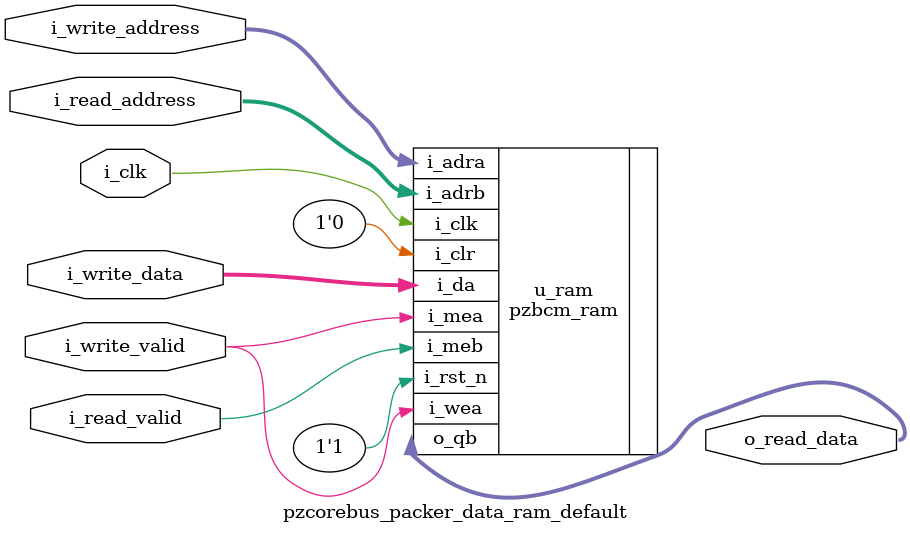
<source format=sv>
module pzcorebus_packer_data_ram_default #(
  parameter int WORD_SIZE     = 0,
  parameter int ADDRESS_WIDTH = 0,
  parameter int DATA_WIDTH    = 0
)(
  input   var                     i_clk,
  input   var                     i_write_valid,
  input   var [ADDRESS_WIDTH-1:0] i_write_address,
  input   var [DATA_WIDTH-1:0]    i_write_data,
  input   var                     i_read_valid,
  input   var [ADDRESS_WIDTH-1:0] i_read_address,
  output  var [DATA_WIDTH-1:0]    o_read_data
);
  pzbcm_ram #(
    .WORD_SIZE      (WORD_SIZE      ),
    .ADDRESS_WIDTH  (ADDRESS_WIDTH  ),
    .DATA_WIDTH     (DATA_WIDTH     ),
    .BUFFER_OUT     (1              )
  ) u_ram (
    .i_clk    (i_clk            ),
    .i_rst_n  ('1               ),
    .i_clr    ('0               ),
    .i_mea    (i_write_valid    ),
    .i_wea    (i_write_valid    ),
    .i_adra   (i_write_address  ),
    .i_da     (i_write_data     ),
    .i_meb    (i_read_valid     ),
    .i_adrb   (i_read_address   ),
    .o_qb     (o_read_data      )
  );
endmodule

</source>
